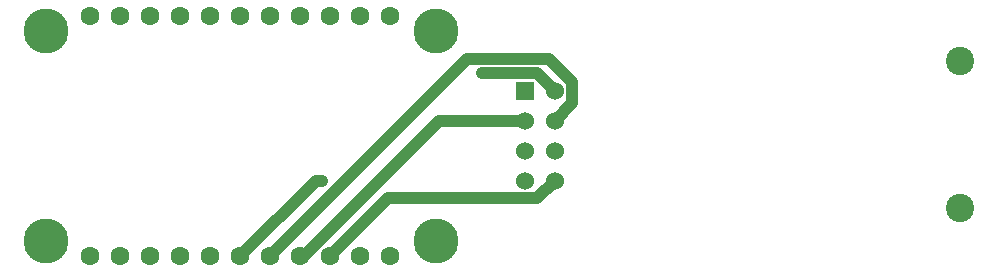
<source format=gbr>
%TF.GenerationSoftware,KiCad,Pcbnew,(5.1.8)-1*%
%TF.CreationDate,2021-03-07T23:02:04+01:00*%
%TF.ProjectId,Telemetry_receiver,54656c65-6d65-4747-9279-5f7265636569,rev?*%
%TF.SameCoordinates,Original*%
%TF.FileFunction,Copper,L2,Bot*%
%TF.FilePolarity,Positive*%
%FSLAX46Y46*%
G04 Gerber Fmt 4.6, Leading zero omitted, Abs format (unit mm)*
G04 Created by KiCad (PCBNEW (5.1.8)-1) date 2021-03-07 23:02:04*
%MOMM*%
%LPD*%
G01*
G04 APERTURE LIST*
%TA.AperFunction,ComponentPad*%
%ADD10C,2.400000*%
%TD*%
%TA.AperFunction,ComponentPad*%
%ADD11C,1.600000*%
%TD*%
%TA.AperFunction,ComponentPad*%
%ADD12C,3.800000*%
%TD*%
%TA.AperFunction,ComponentPad*%
%ADD13C,1.524000*%
%TD*%
%TA.AperFunction,ComponentPad*%
%ADD14R,1.524000X1.524000*%
%TD*%
%TA.AperFunction,ViaPad*%
%ADD15C,0.800000*%
%TD*%
%TA.AperFunction,Conductor*%
%ADD16C,1.000000*%
%TD*%
G04 APERTURE END LIST*
D10*
%TO.P, ,1*%
%TO.N,N/C*%
X205740000Y-97790000D03*
%TD*%
%TO.P, ,1*%
%TO.N,N/C*%
X205740000Y-110236000D03*
%TD*%
D11*
%TO.P,U1,0*%
%TO.N,Net-(C100nF1-Pad1)*%
X132115000Y-114345000D03*
%TO.P,U1,21*%
%TO.N,Net-(U1-Pad21)*%
X132115000Y-94025000D03*
%TO.P,U1,1*%
%TO.N,Net-(U1-Pad1)*%
X134655000Y-114345000D03*
%TO.P,U1,2*%
%TO.N,Net-(C100nF1-Pad2)*%
X137195000Y-114345000D03*
%TO.P,U1,3*%
%TO.N,Net-(U1-Pad3)*%
X139735000Y-114345000D03*
%TO.P,U1,4*%
%TO.N,Net-(U1-Pad4)*%
X142275000Y-114345000D03*
%TO.P,U1,5*%
%TO.N,Net-(U1-Pad5)*%
X144815000Y-114345000D03*
%TO.P,U1,6*%
%TO.N,Net-(U1-Pad6)*%
X147355000Y-114345000D03*
%TO.P,U1,7*%
%TO.N,Net-(U1-Pad7)*%
X149895000Y-114345000D03*
%TO.P,U1,8*%
%TO.N,Net-(U1-Pad8)*%
X152435000Y-114345000D03*
%TO.P,U1,9*%
%TO.N,Net-(U1-Pad9)*%
X154975000Y-114345000D03*
%TO.P,U1,10*%
%TO.N,Net-(U1-Pad10)*%
X157515000Y-114345000D03*
%TO.P,U1,11*%
%TO.N,Net-(U1-Pad11)*%
X157515000Y-94025000D03*
%TO.P,U1,12*%
%TO.N,Net-(U1-Pad12)*%
X154975000Y-94025000D03*
%TO.P,U1,13*%
%TO.N,Net-(U1-Pad13)*%
X152435000Y-94025000D03*
%TO.P,U1,14*%
%TO.N,Net-(U1-Pad14)*%
X149895000Y-94025000D03*
%TO.P,U1,15*%
%TO.N,Net-(U1-Pad15)*%
X147355000Y-94025000D03*
%TO.P,U1,16*%
%TO.N,Net-(U1-Pad16)*%
X144815000Y-94025000D03*
%TO.P,U1,17*%
%TO.N,Net-(U1-Pad17)*%
X142275000Y-94025000D03*
%TO.P,U1,18*%
%TO.N,Net-(U1-Pad18)*%
X139735000Y-94025000D03*
%TO.P,U1,19*%
%TO.N,Net-(U1-Pad19)*%
X137195000Y-94025000D03*
%TO.P,U1,20*%
%TO.N,Net-(U1-Pad20)*%
X134655000Y-94025000D03*
D12*
%TO.P,U1,25*%
%TO.N,N/C*%
X128393000Y-95295000D03*
%TO.P,U1,22*%
X128393000Y-113075000D03*
%TO.P,U1,23*%
X161413000Y-113075000D03*
%TO.P,U1,24*%
X161413000Y-95295000D03*
%TD*%
D13*
%TO.P,U2,8*%
%TO.N,Net-(U1-Pad8)*%
X171450000Y-107950000D03*
%TO.P,U2,7*%
%TO.N,Net-(U1-Pad5)*%
X168910000Y-107950000D03*
%TO.P,U2,6*%
%TO.N,Net-(U1-Pad4)*%
X171450000Y-105410000D03*
%TO.P,U2,5*%
%TO.N,Net-(U1-Pad3)*%
X168910000Y-105410000D03*
%TO.P,U2,4*%
%TO.N,Net-(U1-Pad6)*%
X171450000Y-102870000D03*
%TO.P,U2,3*%
%TO.N,Net-(U1-Pad7)*%
X168910000Y-102870000D03*
%TO.P,U2,2*%
%TO.N,Net-(C100nF1-Pad1)*%
X171450000Y-100330000D03*
D14*
%TO.P,U2,1*%
%TO.N,Net-(C100nF1-Pad2)*%
X168910000Y-100330000D03*
%TD*%
D15*
%TO.N,Net-(C100nF1-Pad1)*%
X165292001Y-98867999D03*
%TO.N,Net-(U1-Pad5)*%
X151765000Y-107950000D03*
%TD*%
D16*
%TO.N,Net-(C100nF1-Pad2)*%
X168910000Y-100330000D02*
X168899300Y-100336800D01*
%TO.N,Net-(C100nF1-Pad1)*%
X169987999Y-98867999D02*
X165292001Y-98867999D01*
X171450000Y-100330000D02*
X169987999Y-98867999D01*
%TO.N,Net-(U1-Pad5)*%
X144815000Y-114345000D02*
X144815100Y-114344900D01*
X151210000Y-107950000D02*
X144815000Y-114345000D01*
X151765000Y-107950000D02*
X151210000Y-107950000D01*
%TO.N,Net-(U1-Pad6)*%
X164032011Y-97667989D02*
X147355000Y-114345000D01*
X170951751Y-97667989D02*
X164032011Y-97667989D01*
X172912001Y-101407999D02*
X172912001Y-99628239D01*
X172912001Y-99628239D02*
X170951751Y-97667989D01*
X171450000Y-102870000D02*
X172912001Y-101407999D01*
%TO.N,Net-(U1-Pad7)*%
X150214998Y-114345000D02*
X149895000Y-114345000D01*
X161689998Y-102870000D02*
X150214998Y-114345000D01*
X168910000Y-102870000D02*
X161689998Y-102870000D01*
%TO.N,Net-(U1-Pad8)*%
X157367999Y-109412001D02*
X152435000Y-114345000D01*
X169987999Y-109412001D02*
X157367999Y-109412001D01*
X171450000Y-107950000D02*
X169987999Y-109412001D01*
%TD*%
M02*

</source>
